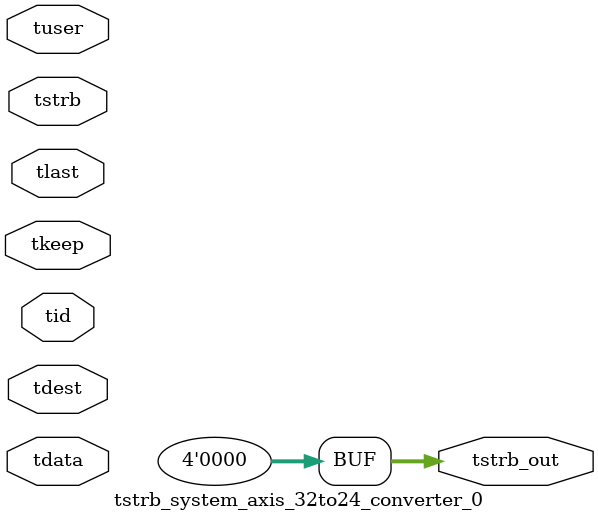
<source format=v>


`timescale 1ps/1ps

module tstrb_system_axis_32to24_converter_0 #
(
parameter C_S_AXIS_TDATA_WIDTH = 32,
parameter C_S_AXIS_TUSER_WIDTH = 0,
parameter C_S_AXIS_TID_WIDTH   = 0,
parameter C_S_AXIS_TDEST_WIDTH = 0,
parameter C_M_AXIS_TDATA_WIDTH = 32
)
(
input  [(C_S_AXIS_TDATA_WIDTH == 0 ? 1 : C_S_AXIS_TDATA_WIDTH)-1:0     ] tdata,
input  [(C_S_AXIS_TUSER_WIDTH == 0 ? 1 : C_S_AXIS_TUSER_WIDTH)-1:0     ] tuser,
input  [(C_S_AXIS_TID_WIDTH   == 0 ? 1 : C_S_AXIS_TID_WIDTH)-1:0       ] tid,
input  [(C_S_AXIS_TDEST_WIDTH == 0 ? 1 : C_S_AXIS_TDEST_WIDTH)-1:0     ] tdest,
input  [(C_S_AXIS_TDATA_WIDTH/8)-1:0 ] tkeep,
input  [(C_S_AXIS_TDATA_WIDTH/8)-1:0 ] tstrb,
input                                                                    tlast,
output [(C_M_AXIS_TDATA_WIDTH/8)-1:0 ] tstrb_out
);

assign tstrb_out = {1'b0};

endmodule


</source>
